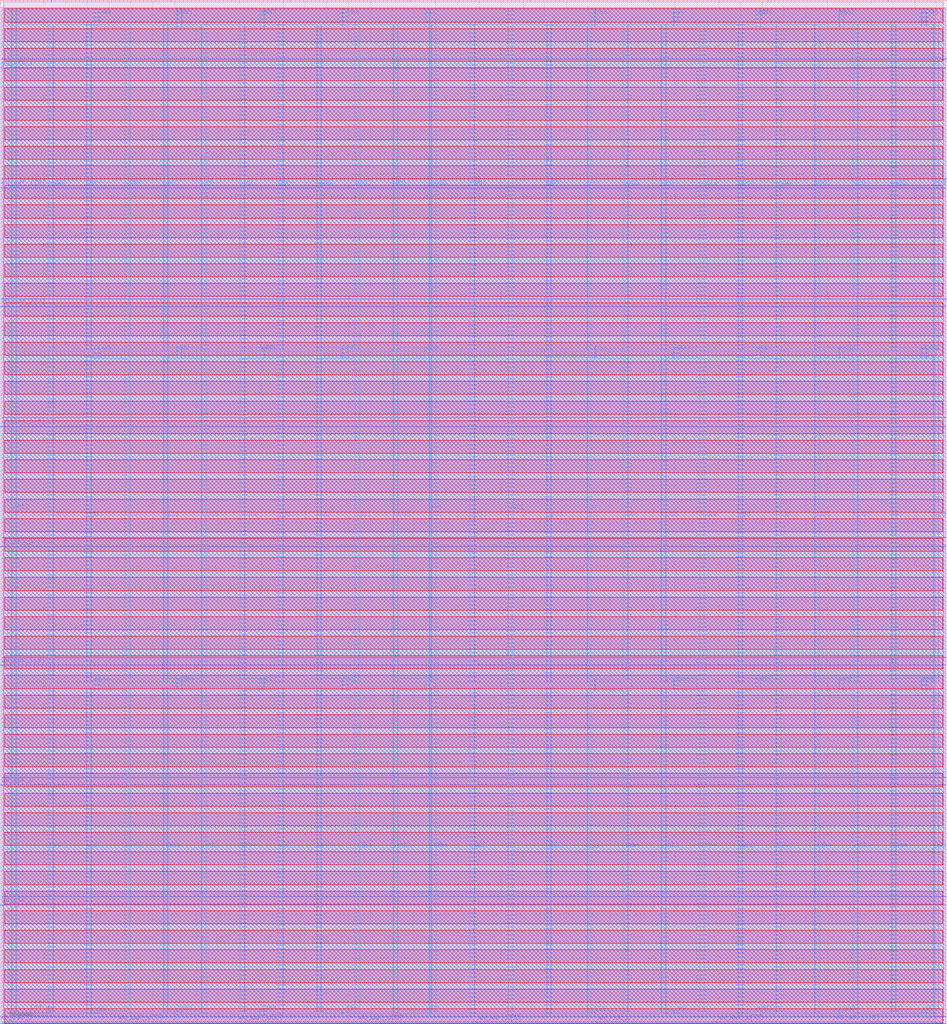
<source format=lef>
VERSION 5.7 ;
  NOWIREEXTENSIONATPIN ON ;
  DIVIDERCHAR "/" ;
  BUSBITCHARS "[]" ;
MACRO efuse_ctrl
  CLASS BLOCK ;
  FOREIGN efuse_ctrl ;
  ORIGIN 0.000 0.000 ;
  SIZE 2175.000 BY 2350.000 ;
  PIN VDD
    DIRECTION INOUT ;
    USE POWER ;
    PORT
      LAYER Metal4 ;
        RECT 25.920 15.380 27.520 2332.700 ;
    END
    PORT
      LAYER Metal4 ;
        RECT 215.920 15.380 217.520 29.720 ;
    END
    PORT
      LAYER Metal4 ;
        RECT 215.920 768.115 217.520 789.720 ;
    END
    PORT
      LAYER Metal4 ;
        RECT 215.920 1528.115 217.520 1549.720 ;
    END
    PORT
      LAYER Metal4 ;
        RECT 215.920 2288.115 217.520 2332.700 ;
    END
    PORT
      LAYER Metal4 ;
        RECT 405.920 15.380 407.520 32.245 ;
    END
    PORT
      LAYER Metal4 ;
        RECT 405.920 767.505 407.520 792.245 ;
    END
    PORT
      LAYER Metal4 ;
        RECT 405.920 1527.505 407.520 1552.245 ;
    END
    PORT
      LAYER Metal4 ;
        RECT 405.920 2287.505 407.520 2332.700 ;
    END
    PORT
      LAYER Metal4 ;
        RECT 595.920 15.380 597.520 32.270 ;
    END
    PORT
      LAYER Metal4 ;
        RECT 595.920 767.505 597.520 792.270 ;
    END
    PORT
      LAYER Metal4 ;
        RECT 595.920 1527.505 597.520 1552.270 ;
    END
    PORT
      LAYER Metal4 ;
        RECT 595.920 2287.505 597.520 2332.700 ;
    END
    PORT
      LAYER Metal4 ;
        RECT 785.920 15.380 787.520 32.270 ;
    END
    PORT
      LAYER Metal4 ;
        RECT 785.920 767.530 787.520 792.270 ;
    END
    PORT
      LAYER Metal4 ;
        RECT 785.920 1527.530 787.520 1552.270 ;
    END
    PORT
      LAYER Metal4 ;
        RECT 785.920 2287.530 787.520 2332.700 ;
    END
    PORT
      LAYER Metal4 ;
        RECT 975.920 15.380 977.520 32.245 ;
    END
    PORT
      LAYER Metal4 ;
        RECT 975.920 767.505 977.520 792.245 ;
    END
    PORT
      LAYER Metal4 ;
        RECT 975.920 1527.505 977.520 1552.245 ;
    END
    PORT
      LAYER Metal4 ;
        RECT 975.920 2287.505 977.520 2332.700 ;
    END
    PORT
      LAYER Metal4 ;
        RECT 1165.920 15.380 1167.520 2332.700 ;
    END
    PORT
      LAYER Metal4 ;
        RECT 1355.920 15.380 1357.520 2332.700 ;
    END
    PORT
      LAYER Metal4 ;
        RECT 1545.920 15.380 1547.520 29.720 ;
    END
    PORT
      LAYER Metal4 ;
        RECT 1545.920 767.530 1547.520 789.720 ;
    END
    PORT
      LAYER Metal4 ;
        RECT 1545.920 1527.530 1547.520 1549.720 ;
    END
    PORT
      LAYER Metal4 ;
        RECT 1545.920 2287.530 1547.520 2332.700 ;
    END
    PORT
      LAYER Metal4 ;
        RECT 1735.920 15.380 1737.520 32.270 ;
    END
    PORT
      LAYER Metal4 ;
        RECT 1735.920 767.505 1737.520 792.270 ;
    END
    PORT
      LAYER Metal4 ;
        RECT 1735.920 1527.505 1737.520 1552.270 ;
    END
    PORT
      LAYER Metal4 ;
        RECT 1735.920 2287.505 1737.520 2332.700 ;
    END
    PORT
      LAYER Metal4 ;
        RECT 1925.920 15.380 1927.520 32.270 ;
    END
    PORT
      LAYER Metal4 ;
        RECT 1925.920 767.505 1927.520 792.270 ;
    END
    PORT
      LAYER Metal4 ;
        RECT 1925.920 1527.505 1927.520 1552.270 ;
    END
    PORT
      LAYER Metal4 ;
        RECT 1925.920 2287.505 1927.520 2332.700 ;
    END
    PORT
      LAYER Metal4 ;
        RECT 2115.920 15.380 2117.520 32.245 ;
    END
    PORT
      LAYER Metal4 ;
        RECT 2115.920 767.530 2117.520 792.245 ;
    END
    PORT
      LAYER Metal4 ;
        RECT 2115.920 1527.530 2117.520 1552.245 ;
    END
    PORT
      LAYER Metal4 ;
        RECT 2115.920 2287.530 2117.520 2332.700 ;
    END
    PORT
      LAYER Metal4 ;
        RECT 110.360 23.220 111.960 772.540 ;
    END
    PORT
      LAYER Metal4 ;
        RECT 198.280 783.700 199.880 1533.020 ;
    END
    PORT
      LAYER Metal4 ;
        RECT 286.200 1544.180 287.800 2293.500 ;
    END
    PORT
      LAYER Metal4 ;
        RECT 110.360 783.700 111.960 1533.020 ;
    END
    PORT
      LAYER Metal4 ;
        RECT 198.280 23.220 199.880 772.540 ;
    END
    PORT
      LAYER Metal4 ;
        RECT 374.120 1544.180 375.720 2293.500 ;
    END
    PORT
      LAYER Metal4 ;
        RECT 110.360 1544.180 111.960 2293.500 ;
    END
    PORT
      LAYER Metal4 ;
        RECT 286.200 23.220 287.800 772.540 ;
    END
    PORT
      LAYER Metal4 ;
        RECT 374.120 783.700 375.720 1533.020 ;
    END
    PORT
      LAYER Metal4 ;
        RECT 198.280 1544.180 199.880 2293.500 ;
    END
    PORT
      LAYER Metal4 ;
        RECT 286.200 783.700 287.800 1533.020 ;
    END
    PORT
      LAYER Metal4 ;
        RECT 374.120 23.220 375.720 772.540 ;
    END
    PORT
      LAYER Metal4 ;
        RECT 462.040 23.220 463.640 772.540 ;
    END
    PORT
      LAYER Metal4 ;
        RECT 549.960 783.700 551.560 1533.020 ;
    END
    PORT
      LAYER Metal4 ;
        RECT 638.440 1544.180 640.040 2293.500 ;
    END
    PORT
      LAYER Metal4 ;
        RECT 462.040 783.700 463.640 1533.020 ;
    END
    PORT
      LAYER Metal4 ;
        RECT 549.960 23.220 551.560 772.540 ;
    END
    PORT
      LAYER Metal4 ;
        RECT 726.360 1544.180 727.960 2293.500 ;
    END
    PORT
      LAYER Metal4 ;
        RECT 462.040 1544.180 463.640 2293.500 ;
    END
    PORT
      LAYER Metal4 ;
        RECT 638.440 23.220 640.040 772.540 ;
    END
    PORT
      LAYER Metal4 ;
        RECT 726.360 783.700 727.960 1533.020 ;
    END
    PORT
      LAYER Metal4 ;
        RECT 549.960 1544.180 551.560 2293.500 ;
    END
    PORT
      LAYER Metal4 ;
        RECT 638.440 783.700 640.040 1533.020 ;
    END
    PORT
      LAYER Metal4 ;
        RECT 726.360 23.220 727.960 772.540 ;
    END
    PORT
      LAYER Metal4 ;
        RECT 814.280 23.220 815.880 772.540 ;
    END
    PORT
      LAYER Metal4 ;
        RECT 902.200 783.700 903.800 1533.020 ;
    END
    PORT
      LAYER Metal4 ;
        RECT 990.120 1544.180 991.720 2293.500 ;
    END
    PORT
      LAYER Metal4 ;
        RECT 814.280 783.700 815.880 1533.020 ;
    END
    PORT
      LAYER Metal4 ;
        RECT 902.200 23.220 903.800 772.540 ;
    END
    PORT
      LAYER Metal4 ;
        RECT 1078.040 1544.180 1079.640 2293.500 ;
    END
    PORT
      LAYER Metal4 ;
        RECT 814.280 1544.180 815.880 2293.500 ;
    END
    PORT
      LAYER Metal4 ;
        RECT 990.120 23.220 991.720 772.540 ;
    END
    PORT
      LAYER Metal4 ;
        RECT 1078.040 783.700 1079.640 1533.020 ;
    END
    PORT
      LAYER Metal4 ;
        RECT 902.200 1544.180 903.800 2293.500 ;
    END
    PORT
      LAYER Metal4 ;
        RECT 990.120 783.700 991.720 1533.020 ;
    END
    PORT
      LAYER Metal4 ;
        RECT 1078.040 23.220 1079.640 772.540 ;
    END
    PORT
      LAYER Metal4 ;
        RECT 1254.440 23.220 1256.040 772.540 ;
    END
    PORT
      LAYER Metal4 ;
        RECT 1430.280 1544.180 1431.880 2293.500 ;
    END
    PORT
      LAYER Metal4 ;
        RECT 1254.440 783.700 1256.040 1533.020 ;
    END
    PORT
      LAYER Metal4 ;
        RECT 1518.200 1544.180 1519.800 2293.500 ;
    END
    PORT
      LAYER Metal4 ;
        RECT 1254.440 1544.180 1256.040 2293.500 ;
    END
    PORT
      LAYER Metal4 ;
        RECT 1430.280 23.220 1431.880 772.540 ;
    END
    PORT
      LAYER Metal4 ;
        RECT 1518.200 783.700 1519.800 1533.020 ;
    END
    PORT
      LAYER Metal4 ;
        RECT 1430.280 783.700 1431.880 1533.020 ;
    END
    PORT
      LAYER Metal4 ;
        RECT 1518.200 23.220 1519.800 772.540 ;
    END
    PORT
      LAYER Metal4 ;
        RECT 1606.120 23.220 1607.720 772.540 ;
    END
    PORT
      LAYER Metal4 ;
        RECT 1694.040 783.700 1695.640 1533.020 ;
    END
    PORT
      LAYER Metal4 ;
        RECT 1781.960 1544.180 1783.560 2293.500 ;
    END
    PORT
      LAYER Metal4 ;
        RECT 1606.120 783.700 1607.720 1533.020 ;
    END
    PORT
      LAYER Metal4 ;
        RECT 1694.040 23.220 1695.640 772.540 ;
    END
    PORT
      LAYER Metal4 ;
        RECT 1870.440 1544.180 1872.040 2293.500 ;
    END
    PORT
      LAYER Metal4 ;
        RECT 1606.120 1544.180 1607.720 2293.500 ;
    END
    PORT
      LAYER Metal4 ;
        RECT 1781.960 23.220 1783.560 772.540 ;
    END
    PORT
      LAYER Metal4 ;
        RECT 1870.440 783.700 1872.040 1533.020 ;
    END
    PORT
      LAYER Metal4 ;
        RECT 1694.040 1544.180 1695.640 2293.500 ;
    END
    PORT
      LAYER Metal4 ;
        RECT 1781.960 783.700 1783.560 1533.020 ;
    END
    PORT
      LAYER Metal4 ;
        RECT 1870.440 23.220 1872.040 772.540 ;
    END
    PORT
      LAYER Metal4 ;
        RECT 1958.360 23.220 1959.960 772.540 ;
    END
    PORT
      LAYER Metal4 ;
        RECT 2046.280 783.700 2047.880 1533.020 ;
    END
    PORT
      LAYER Metal4 ;
        RECT 2143.720 1544.180 2145.320 2293.500 ;
    END
    PORT
      LAYER Metal4 ;
        RECT 1958.360 783.700 1959.960 1533.020 ;
    END
    PORT
      LAYER Metal4 ;
        RECT 2046.280 23.220 2047.880 772.540 ;
    END
    PORT
      LAYER Metal4 ;
        RECT 1958.360 1544.180 1959.960 2293.500 ;
    END
    PORT
      LAYER Metal4 ;
        RECT 2143.720 23.220 2145.320 772.540 ;
    END
    PORT
      LAYER Metal4 ;
        RECT 2046.280 1544.180 2047.880 2293.500 ;
    END
    PORT
      LAYER Metal4 ;
        RECT 2143.720 783.700 2145.320 1533.020 ;
    END
  END VDD
  PIN VSS
    DIRECTION INOUT ;
    USE GROUND ;
    PORT
      LAYER Metal4 ;
        RECT 35.520 15.380 37.120 2332.700 ;
    END
    PORT
      LAYER Metal4 ;
        RECT 225.520 15.380 227.120 29.720 ;
    END
    PORT
      LAYER Metal4 ;
        RECT 225.520 767.530 227.120 789.720 ;
    END
    PORT
      LAYER Metal4 ;
        RECT 225.520 1527.530 227.120 1549.720 ;
    END
    PORT
      LAYER Metal4 ;
        RECT 225.520 2287.530 227.120 2332.700 ;
    END
    PORT
      LAYER Metal4 ;
        RECT 415.520 15.380 417.120 32.270 ;
    END
    PORT
      LAYER Metal4 ;
        RECT 415.520 767.505 417.120 792.270 ;
    END
    PORT
      LAYER Metal4 ;
        RECT 415.520 1527.505 417.120 1552.270 ;
    END
    PORT
      LAYER Metal4 ;
        RECT 415.520 2287.505 417.120 2332.700 ;
    END
    PORT
      LAYER Metal4 ;
        RECT 605.520 15.380 607.120 32.270 ;
    END
    PORT
      LAYER Metal4 ;
        RECT 605.520 767.505 607.120 792.270 ;
    END
    PORT
      LAYER Metal4 ;
        RECT 605.520 1527.505 607.120 1552.270 ;
    END
    PORT
      LAYER Metal4 ;
        RECT 605.520 2287.505 607.120 2332.700 ;
    END
    PORT
      LAYER Metal4 ;
        RECT 795.520 15.380 797.120 32.270 ;
    END
    PORT
      LAYER Metal4 ;
        RECT 795.520 767.530 797.120 792.270 ;
    END
    PORT
      LAYER Metal4 ;
        RECT 795.520 1527.530 797.120 1552.270 ;
    END
    PORT
      LAYER Metal4 ;
        RECT 795.520 2287.530 797.120 2332.700 ;
    END
    PORT
      LAYER Metal4 ;
        RECT 985.520 15.380 987.120 2332.700 ;
    END
    PORT
      LAYER Metal4 ;
        RECT 1175.520 15.380 1177.120 2332.700 ;
    END
    PORT
      LAYER Metal4 ;
        RECT 1365.520 15.380 1367.120 29.720 ;
    END
    PORT
      LAYER Metal4 ;
        RECT 1365.520 767.530 1367.120 789.720 ;
    END
    PORT
      LAYER Metal4 ;
        RECT 1365.520 1527.530 1367.120 1549.720 ;
    END
    PORT
      LAYER Metal4 ;
        RECT 1365.520 2287.530 1367.120 2332.700 ;
    END
    PORT
      LAYER Metal4 ;
        RECT 1555.520 15.380 1557.120 32.270 ;
    END
    PORT
      LAYER Metal4 ;
        RECT 1555.520 767.505 1557.120 792.270 ;
    END
    PORT
      LAYER Metal4 ;
        RECT 1555.520 1527.505 1557.120 1552.270 ;
    END
    PORT
      LAYER Metal4 ;
        RECT 1555.520 2287.505 1557.120 2332.700 ;
    END
    PORT
      LAYER Metal4 ;
        RECT 1745.520 15.380 1747.120 32.270 ;
    END
    PORT
      LAYER Metal4 ;
        RECT 1745.520 767.505 1747.120 792.270 ;
    END
    PORT
      LAYER Metal4 ;
        RECT 1745.520 1527.505 1747.120 1552.270 ;
    END
    PORT
      LAYER Metal4 ;
        RECT 1745.520 2287.505 1747.120 2332.700 ;
    END
    PORT
      LAYER Metal4 ;
        RECT 1935.520 15.380 1937.120 32.270 ;
    END
    PORT
      LAYER Metal4 ;
        RECT 1935.520 767.530 1937.120 792.270 ;
    END
    PORT
      LAYER Metal4 ;
        RECT 1935.520 1527.530 1937.120 1552.270 ;
    END
    PORT
      LAYER Metal4 ;
        RECT 1935.520 2287.530 1937.120 2332.700 ;
    END
    PORT
      LAYER Metal4 ;
        RECT 2125.520 15.380 2127.120 30.510 ;
    END
    PORT
      LAYER Metal4 ;
        RECT 2125.520 768.115 2127.120 790.510 ;
    END
    PORT
      LAYER Metal4 ;
        RECT 2125.520 1528.115 2127.120 1550.510 ;
    END
    PORT
      LAYER Metal4 ;
        RECT 2125.520 2288.115 2127.120 2332.700 ;
    END
    PORT
      LAYER Metal4 ;
        RECT 120.440 23.220 122.040 772.540 ;
    END
    PORT
      LAYER Metal4 ;
        RECT 208.360 783.700 209.960 1533.020 ;
    END
    PORT
      LAYER Metal4 ;
        RECT 296.280 1544.180 297.880 2293.500 ;
    END
    PORT
      LAYER Metal4 ;
        RECT 120.440 783.700 122.040 1533.020 ;
    END
    PORT
      LAYER Metal4 ;
        RECT 208.360 23.220 209.960 772.540 ;
    END
    PORT
      LAYER Metal4 ;
        RECT 384.200 1544.180 385.800 2293.500 ;
    END
    PORT
      LAYER Metal4 ;
        RECT 120.440 1544.180 122.040 2293.500 ;
    END
    PORT
      LAYER Metal4 ;
        RECT 296.280 23.220 297.880 772.540 ;
    END
    PORT
      LAYER Metal4 ;
        RECT 384.200 783.700 385.800 1533.020 ;
    END
    PORT
      LAYER Metal4 ;
        RECT 208.360 1544.180 209.960 2293.500 ;
    END
    PORT
      LAYER Metal4 ;
        RECT 296.280 783.700 297.880 1533.020 ;
    END
    PORT
      LAYER Metal4 ;
        RECT 384.200 23.220 385.800 772.540 ;
    END
    PORT
      LAYER Metal4 ;
        RECT 472.120 23.220 473.720 772.540 ;
    END
    PORT
      LAYER Metal4 ;
        RECT 560.040 783.700 561.640 1533.020 ;
    END
    PORT
      LAYER Metal4 ;
        RECT 648.520 1544.180 650.120 2293.500 ;
    END
    PORT
      LAYER Metal4 ;
        RECT 472.120 783.700 473.720 1533.020 ;
    END
    PORT
      LAYER Metal4 ;
        RECT 560.040 23.220 561.640 772.540 ;
    END
    PORT
      LAYER Metal4 ;
        RECT 736.440 1544.180 738.040 2293.500 ;
    END
    PORT
      LAYER Metal4 ;
        RECT 472.120 1544.180 473.720 2293.500 ;
    END
    PORT
      LAYER Metal4 ;
        RECT 648.520 23.220 650.120 772.540 ;
    END
    PORT
      LAYER Metal4 ;
        RECT 736.440 783.700 738.040 1533.020 ;
    END
    PORT
      LAYER Metal4 ;
        RECT 560.040 1544.180 561.640 2293.500 ;
    END
    PORT
      LAYER Metal4 ;
        RECT 648.520 783.700 650.120 1533.020 ;
    END
    PORT
      LAYER Metal4 ;
        RECT 736.440 23.220 738.040 772.540 ;
    END
    PORT
      LAYER Metal4 ;
        RECT 824.360 23.220 825.960 772.540 ;
    END
    PORT
      LAYER Metal4 ;
        RECT 912.280 783.700 913.880 1533.020 ;
    END
    PORT
      LAYER Metal4 ;
        RECT 1000.200 1544.180 1001.800 2293.500 ;
    END
    PORT
      LAYER Metal4 ;
        RECT 824.360 783.700 825.960 1533.020 ;
    END
    PORT
      LAYER Metal4 ;
        RECT 912.280 23.220 913.880 772.540 ;
    END
    PORT
      LAYER Metal4 ;
        RECT 1088.120 1544.180 1089.720 2293.500 ;
    END
    PORT
      LAYER Metal4 ;
        RECT 824.360 1544.180 825.960 2293.500 ;
    END
    PORT
      LAYER Metal4 ;
        RECT 1000.200 23.220 1001.800 772.540 ;
    END
    PORT
      LAYER Metal4 ;
        RECT 1088.120 783.700 1089.720 1533.020 ;
    END
    PORT
      LAYER Metal4 ;
        RECT 912.280 1544.180 913.880 2293.500 ;
    END
    PORT
      LAYER Metal4 ;
        RECT 1000.200 783.700 1001.800 1533.020 ;
    END
    PORT
      LAYER Metal4 ;
        RECT 1088.120 23.220 1089.720 772.540 ;
    END
    PORT
      LAYER Metal4 ;
        RECT 1264.520 23.220 1266.120 772.540 ;
    END
    PORT
      LAYER Metal4 ;
        RECT 1347.400 783.700 1349.000 1529.100 ;
    END
    PORT
      LAYER Metal4 ;
        RECT 1440.360 1544.180 1441.960 2293.500 ;
    END
    PORT
      LAYER Metal4 ;
        RECT 1264.520 783.700 1266.120 1533.020 ;
    END
    PORT
      LAYER Metal4 ;
        RECT 1347.400 23.220 1349.000 768.620 ;
    END
    PORT
      LAYER Metal4 ;
        RECT 1528.280 1544.180 1529.880 2293.500 ;
    END
    PORT
      LAYER Metal4 ;
        RECT 1264.520 1544.180 1266.120 2293.500 ;
    END
    PORT
      LAYER Metal4 ;
        RECT 1440.360 23.220 1441.960 772.540 ;
    END
    PORT
      LAYER Metal4 ;
        RECT 1528.280 783.700 1529.880 1533.020 ;
    END
    PORT
      LAYER Metal4 ;
        RECT 1347.400 1544.180 1349.000 2289.580 ;
    END
    PORT
      LAYER Metal4 ;
        RECT 1440.360 783.700 1441.960 1533.020 ;
    END
    PORT
      LAYER Metal4 ;
        RECT 1528.280 23.220 1529.880 772.540 ;
    END
    PORT
      LAYER Metal4 ;
        RECT 1616.200 23.220 1617.800 772.540 ;
    END
    PORT
      LAYER Metal4 ;
        RECT 1704.120 783.700 1705.720 1533.020 ;
    END
    PORT
      LAYER Metal4 ;
        RECT 1792.040 1544.180 1793.640 2293.500 ;
    END
    PORT
      LAYER Metal4 ;
        RECT 1616.200 783.700 1617.800 1533.020 ;
    END
    PORT
      LAYER Metal4 ;
        RECT 1704.120 23.220 1705.720 772.540 ;
    END
    PORT
      LAYER Metal4 ;
        RECT 1880.520 1544.180 1882.120 2293.500 ;
    END
    PORT
      LAYER Metal4 ;
        RECT 1616.200 1544.180 1617.800 2293.500 ;
    END
    PORT
      LAYER Metal4 ;
        RECT 1792.040 23.220 1793.640 772.540 ;
    END
    PORT
      LAYER Metal4 ;
        RECT 1880.520 783.700 1882.120 1533.020 ;
    END
    PORT
      LAYER Metal4 ;
        RECT 1704.120 1544.180 1705.720 2293.500 ;
    END
    PORT
      LAYER Metal4 ;
        RECT 1792.040 783.700 1793.640 1533.020 ;
    END
    PORT
      LAYER Metal4 ;
        RECT 1880.520 23.220 1882.120 772.540 ;
    END
    PORT
      LAYER Metal4 ;
        RECT 1968.440 23.220 1970.040 772.540 ;
    END
    PORT
      LAYER Metal4 ;
        RECT 2056.360 783.700 2057.960 1533.020 ;
    END
    PORT
      LAYER Metal4 ;
        RECT 2153.800 1544.180 2155.400 2293.500 ;
    END
    PORT
      LAYER Metal4 ;
        RECT 1968.440 783.700 1970.040 1533.020 ;
    END
    PORT
      LAYER Metal4 ;
        RECT 2056.360 23.220 2057.960 772.540 ;
    END
    PORT
      LAYER Metal4 ;
        RECT 1968.440 1544.180 1970.040 2293.500 ;
    END
    PORT
      LAYER Metal4 ;
        RECT 2153.800 23.220 2155.400 772.540 ;
    END
    PORT
      LAYER Metal4 ;
        RECT 2056.360 1544.180 2057.960 2293.500 ;
    END
    PORT
      LAYER Metal4 ;
        RECT 2153.800 783.700 2155.400 1533.020 ;
    END
  END VSS
  PIN wb_ack_o
    DIRECTION OUTPUT TRISTATE ;
    USE SIGNAL ;
    PORT
      LAYER Metal3 ;
        RECT 1.000 547.680 4.000 548.240 ;
    END
  END wb_ack_o
  PIN wb_adr_i[0]
    DIRECTION INPUT ;
    USE SIGNAL ;
    PORT
      LAYER Metal2 ;
        RECT 2039.520 2346.000 2040.080 2349.000 ;
    END
  END wb_adr_i[0]
  PIN wb_adr_i[1]
    DIRECTION INPUT ;
    USE SIGNAL ;
    PORT
      LAYER Metal2 ;
        RECT 1095.360 1.000 1095.920 4.000 ;
    END
  END wb_adr_i[1]
  PIN wb_adr_i[2]
    DIRECTION INPUT ;
    USE SIGNAL ;
    PORT
      LAYER Metal2 ;
        RECT 665.280 2346.000 665.840 2349.000 ;
    END
  END wb_adr_i[2]
  PIN wb_adr_i[3]
    DIRECTION INPUT ;
    USE SIGNAL ;
    PORT
      LAYER Metal3 ;
        RECT 1.000 823.200 4.000 823.760 ;
    END
  END wb_adr_i[3]
  PIN wb_adr_i[4]
    DIRECTION INPUT ;
    USE SIGNAL ;
    PORT
      LAYER Metal3 ;
        RECT 2171.000 840.000 2174.000 840.560 ;
    END
  END wb_adr_i[4]
  PIN wb_adr_i[5]
    DIRECTION INPUT ;
    USE SIGNAL ;
    PORT
      LAYER Metal2 ;
        RECT 1216.320 2346.000 1216.880 2349.000 ;
    END
  END wb_adr_i[5]
  PIN wb_adr_i[6]
    DIRECTION INPUT ;
    USE SIGNAL ;
    PORT
      LAYER Metal3 ;
        RECT 2171.000 16.800 2174.000 17.360 ;
    END
  END wb_adr_i[6]
  PIN wb_adr_i[7]
    DIRECTION INPUT ;
    USE SIGNAL ;
    PORT
      LAYER Metal3 ;
        RECT 2171.000 1391.040 2174.000 1391.600 ;
    END
  END wb_adr_i[7]
  PIN wb_adr_i[8]
    DIRECTION INPUT ;
    USE SIGNAL ;
    PORT
      LAYER Metal2 ;
        RECT 1918.560 1.000 1919.120 4.000 ;
    END
  END wb_adr_i[8]
  PIN wb_adr_i[9]
    DIRECTION INPUT ;
    USE SIGNAL ;
    PORT
      LAYER Metal3 ;
        RECT 2171.000 1663.200 2174.000 1663.760 ;
    END
  END wb_adr_i[9]
  PIN wb_clk_i
    DIRECTION INPUT ;
    USE SIGNAL ;
    PORT
      LAYER Metal3 ;
        RECT 1.000 272.160 4.000 272.720 ;
    END
  END wb_clk_i
  PIN wb_cyc_i
    DIRECTION INPUT ;
    USE SIGNAL ;
    PORT
      LAYER Metal2 ;
        RECT 0.000 1.000 0.560 4.000 ;
    END
  END wb_cyc_i
  PIN wb_dat_i[0]
    DIRECTION INPUT ;
    USE SIGNAL ;
    PORT
      LAYER Metal2 ;
        RECT 1488.480 2346.000 1489.040 2349.000 ;
    END
  END wb_dat_i[0]
  PIN wb_dat_i[1]
    DIRECTION INPUT ;
    USE SIGNAL ;
    PORT
      LAYER Metal2 ;
        RECT 1764.000 2346.000 1764.560 2349.000 ;
    END
  END wb_dat_i[1]
  PIN wb_dat_i[2]
    DIRECTION INPUT ;
    USE SIGNAL ;
    PORT
      LAYER Metal3 ;
        RECT 1.000 1646.400 4.000 1646.960 ;
    END
  END wb_dat_i[2]
  PIN wb_dat_i[3]
    DIRECTION INPUT ;
    USE SIGNAL ;
    PORT
      LAYER Metal2 ;
        RECT 389.760 2346.000 390.320 2349.000 ;
    END
  END wb_dat_i[3]
  PIN wb_dat_i[4]
    DIRECTION INPUT ;
    USE SIGNAL ;
    PORT
      LAYER Metal2 ;
        RECT 1646.400 1.000 1646.960 4.000 ;
    END
  END wb_dat_i[4]
  PIN wb_dat_i[5]
    DIRECTION INPUT ;
    USE SIGNAL ;
    PORT
      LAYER Metal3 ;
        RECT 1.000 1918.560 4.000 1919.120 ;
    END
  END wb_dat_i[5]
  PIN wb_dat_i[6]
    DIRECTION INPUT ;
    USE SIGNAL ;
    PORT
      LAYER Metal3 ;
        RECT 2171.000 292.320 2174.000 292.880 ;
    END
  END wb_dat_i[6]
  PIN wb_dat_i[7]
    DIRECTION INPUT ;
    USE SIGNAL ;
    PORT
      LAYER Metal2 ;
        RECT 272.160 1.000 272.720 4.000 ;
    END
  END wb_dat_i[7]
  PIN wb_dat_o[0]
    DIRECTION OUTPUT TRISTATE ;
    USE SIGNAL ;
    PORT
      LAYER Metal2 ;
        RECT 547.680 1.000 548.240 4.000 ;
    END
  END wb_dat_o[0]
  PIN wb_dat_o[1]
    DIRECTION OUTPUT TRISTATE ;
    USE SIGNAL ;
    PORT
      LAYER Metal2 ;
        RECT 117.600 2346.000 118.160 2349.000 ;
    END
  END wb_dat_o[1]
  PIN wb_dat_o[2]
    DIRECTION OUTPUT TRISTATE ;
    USE SIGNAL ;
    PORT
      LAYER Metal3 ;
        RECT 2171.000 564.480 2174.000 565.040 ;
    END
  END wb_dat_o[2]
  PIN wb_dat_o[3]
    DIRECTION OUTPUT TRISTATE ;
    USE SIGNAL ;
    PORT
      LAYER Metal2 ;
        RECT 823.200 1.000 823.760 4.000 ;
    END
  END wb_dat_o[3]
  PIN wb_dat_o[4]
    DIRECTION OUTPUT TRISTATE ;
    USE SIGNAL ;
    PORT
      LAYER Metal3 ;
        RECT 2171.000 1938.720 2174.000 1939.280 ;
    END
  END wb_dat_o[4]
  PIN wb_dat_o[5]
    DIRECTION OUTPUT TRISTATE ;
    USE SIGNAL ;
    PORT
      LAYER Metal3 ;
        RECT 2171.000 2214.240 2174.000 2214.800 ;
    END
  END wb_dat_o[5]
  PIN wb_dat_o[6]
    DIRECTION OUTPUT TRISTATE ;
    USE SIGNAL ;
    PORT
      LAYER Metal3 ;
        RECT 1.000 1370.880 4.000 1371.440 ;
    END
  END wb_dat_o[6]
  PIN wb_dat_o[7]
    DIRECTION OUTPUT TRISTATE ;
    USE SIGNAL ;
    PORT
      LAYER Metal2 ;
        RECT 940.800 2346.000 941.360 2349.000 ;
    END
  END wb_dat_o[7]
  PIN wb_rst_i
    DIRECTION INPUT ;
    USE SIGNAL ;
    PORT
      LAYER Metal2 ;
        RECT 1370.880 1.000 1371.440 4.000 ;
    END
  END wb_rst_i
  PIN wb_sel_i
    DIRECTION INPUT ;
    USE SIGNAL ;
    PORT
      LAYER Metal3 ;
        RECT 1.000 1095.360 4.000 1095.920 ;
    END
  END wb_sel_i
  PIN wb_stb_i
    DIRECTION INPUT ;
    USE SIGNAL ;
    PORT
      LAYER Metal3 ;
        RECT 1.000 2194.080 4.000 2194.640 ;
    END
  END wb_stb_i
  PIN wb_we_i
    DIRECTION INPUT ;
    USE SIGNAL ;
    PORT
      LAYER Metal3 ;
        RECT 2171.000 1115.520 2174.000 1116.080 ;
    END
  END wb_we_i
  OBS
      LAYER Metal1 ;
        RECT 6.720 15.380 2167.760 2332.700 ;
      LAYER Metal2 ;
        RECT 8.540 2345.700 117.300 2346.000 ;
        RECT 118.460 2345.700 389.460 2346.000 ;
        RECT 390.620 2345.700 664.980 2346.000 ;
        RECT 666.140 2345.700 940.500 2346.000 ;
        RECT 941.660 2345.700 1216.020 2346.000 ;
        RECT 1217.180 2345.700 1488.180 2346.000 ;
        RECT 1489.340 2345.700 1763.700 2346.000 ;
        RECT 1764.860 2345.700 2039.220 2346.000 ;
        RECT 2040.380 2345.700 2165.380 2346.000 ;
        RECT 8.540 4.300 2165.380 2345.700 ;
        RECT 8.540 1.770 271.860 4.300 ;
        RECT 273.020 1.770 547.380 4.300 ;
        RECT 548.540 1.770 822.900 4.300 ;
        RECT 824.060 1.770 1095.060 4.300 ;
        RECT 1096.220 1.770 1370.580 4.300 ;
        RECT 1371.740 1.770 1646.100 4.300 ;
        RECT 1647.260 1.770 1918.260 4.300 ;
        RECT 1919.420 1.770 2165.380 4.300 ;
      LAYER Metal3 ;
        RECT 4.000 2215.100 2171.000 2332.540 ;
        RECT 4.000 2213.940 2170.700 2215.100 ;
        RECT 4.000 2194.940 2171.000 2213.940 ;
        RECT 4.300 2193.780 2171.000 2194.940 ;
        RECT 4.000 1939.580 2171.000 2193.780 ;
        RECT 4.000 1938.420 2170.700 1939.580 ;
        RECT 4.000 1919.420 2171.000 1938.420 ;
        RECT 4.300 1918.260 2171.000 1919.420 ;
        RECT 4.000 1664.060 2171.000 1918.260 ;
        RECT 4.000 1662.900 2170.700 1664.060 ;
        RECT 4.000 1647.260 2171.000 1662.900 ;
        RECT 4.300 1646.100 2171.000 1647.260 ;
        RECT 4.000 1391.900 2171.000 1646.100 ;
        RECT 4.000 1390.740 2170.700 1391.900 ;
        RECT 4.000 1371.740 2171.000 1390.740 ;
        RECT 4.300 1370.580 2171.000 1371.740 ;
        RECT 4.000 1116.380 2171.000 1370.580 ;
        RECT 4.000 1115.220 2170.700 1116.380 ;
        RECT 4.000 1096.220 2171.000 1115.220 ;
        RECT 4.300 1095.060 2171.000 1096.220 ;
        RECT 4.000 840.860 2171.000 1095.060 ;
        RECT 4.000 839.700 2170.700 840.860 ;
        RECT 4.000 824.060 2171.000 839.700 ;
        RECT 4.300 822.900 2171.000 824.060 ;
        RECT 4.000 565.340 2171.000 822.900 ;
        RECT 4.000 564.180 2170.700 565.340 ;
        RECT 4.000 548.540 2171.000 564.180 ;
        RECT 4.300 547.380 2171.000 548.540 ;
        RECT 4.000 293.180 2171.000 547.380 ;
        RECT 4.000 292.020 2170.700 293.180 ;
        RECT 4.000 273.020 2171.000 292.020 ;
        RECT 4.300 271.860 2171.000 273.020 ;
        RECT 4.000 17.660 2171.000 271.860 ;
        RECT 4.000 16.500 2170.700 17.660 ;
        RECT 4.000 1.260 2171.000 16.500 ;
      LAYER Metal4 ;
        RECT 16.940 15.080 25.620 2330.070 ;
        RECT 27.820 15.080 35.220 2330.070 ;
        RECT 37.420 2293.800 215.620 2330.070 ;
        RECT 37.420 1543.880 110.060 2293.800 ;
        RECT 112.260 1543.880 120.140 2293.800 ;
        RECT 122.340 1543.880 197.980 2293.800 ;
        RECT 200.180 1543.880 208.060 2293.800 ;
        RECT 210.260 2287.815 215.620 2293.800 ;
        RECT 217.820 2287.815 225.220 2330.070 ;
        RECT 210.260 2287.230 225.220 2287.815 ;
        RECT 227.420 2293.800 405.620 2330.070 ;
        RECT 227.420 2287.230 285.900 2293.800 ;
        RECT 210.260 1550.020 285.900 2287.230 ;
        RECT 210.260 1543.880 215.620 1550.020 ;
        RECT 37.420 1533.320 215.620 1543.880 ;
        RECT 37.420 783.400 110.060 1533.320 ;
        RECT 112.260 783.400 120.140 1533.320 ;
        RECT 122.340 783.400 197.980 1533.320 ;
        RECT 200.180 783.400 208.060 1533.320 ;
        RECT 210.260 1527.815 215.620 1533.320 ;
        RECT 217.820 1527.815 225.220 1550.020 ;
        RECT 210.260 1527.230 225.220 1527.815 ;
        RECT 227.420 1543.880 285.900 1550.020 ;
        RECT 288.100 1543.880 295.980 2293.800 ;
        RECT 298.180 1543.880 373.820 2293.800 ;
        RECT 376.020 1543.880 383.900 2293.800 ;
        RECT 386.100 2287.205 405.620 2293.800 ;
        RECT 407.820 2287.205 415.220 2330.070 ;
        RECT 417.420 2293.800 595.620 2330.070 ;
        RECT 417.420 2287.205 461.740 2293.800 ;
        RECT 386.100 1552.570 461.740 2287.205 ;
        RECT 386.100 1552.545 415.220 1552.570 ;
        RECT 386.100 1543.880 405.620 1552.545 ;
        RECT 227.420 1533.320 405.620 1543.880 ;
        RECT 227.420 1527.230 285.900 1533.320 ;
        RECT 210.260 790.020 285.900 1527.230 ;
        RECT 210.260 783.400 215.620 790.020 ;
        RECT 37.420 772.840 215.620 783.400 ;
        RECT 37.420 22.920 110.060 772.840 ;
        RECT 112.260 22.920 120.140 772.840 ;
        RECT 122.340 22.920 197.980 772.840 ;
        RECT 200.180 22.920 208.060 772.840 ;
        RECT 210.260 767.815 215.620 772.840 ;
        RECT 217.820 767.815 225.220 790.020 ;
        RECT 210.260 767.230 225.220 767.815 ;
        RECT 227.420 783.400 285.900 790.020 ;
        RECT 288.100 783.400 295.980 1533.320 ;
        RECT 298.180 783.400 373.820 1533.320 ;
        RECT 376.020 783.400 383.900 1533.320 ;
        RECT 386.100 1527.205 405.620 1533.320 ;
        RECT 407.820 1527.205 415.220 1552.545 ;
        RECT 417.420 1543.880 461.740 1552.570 ;
        RECT 463.940 1543.880 471.820 2293.800 ;
        RECT 474.020 1543.880 549.660 2293.800 ;
        RECT 551.860 1543.880 559.740 2293.800 ;
        RECT 561.940 2287.205 595.620 2293.800 ;
        RECT 597.820 2287.205 605.220 2330.070 ;
        RECT 607.420 2293.800 785.620 2330.070 ;
        RECT 607.420 2287.205 638.140 2293.800 ;
        RECT 561.940 1552.570 638.140 2287.205 ;
        RECT 561.940 1543.880 595.620 1552.570 ;
        RECT 417.420 1533.320 595.620 1543.880 ;
        RECT 417.420 1527.205 461.740 1533.320 ;
        RECT 386.100 792.570 461.740 1527.205 ;
        RECT 386.100 792.545 415.220 792.570 ;
        RECT 386.100 783.400 405.620 792.545 ;
        RECT 227.420 772.840 405.620 783.400 ;
        RECT 227.420 767.230 285.900 772.840 ;
        RECT 210.260 30.020 285.900 767.230 ;
        RECT 210.260 22.920 215.620 30.020 ;
        RECT 37.420 15.080 215.620 22.920 ;
        RECT 217.820 15.080 225.220 30.020 ;
        RECT 227.420 22.920 285.900 30.020 ;
        RECT 288.100 22.920 295.980 772.840 ;
        RECT 298.180 22.920 373.820 772.840 ;
        RECT 376.020 22.920 383.900 772.840 ;
        RECT 386.100 767.205 405.620 772.840 ;
        RECT 407.820 767.205 415.220 792.545 ;
        RECT 417.420 783.400 461.740 792.570 ;
        RECT 463.940 783.400 471.820 1533.320 ;
        RECT 474.020 783.400 549.660 1533.320 ;
        RECT 551.860 783.400 559.740 1533.320 ;
        RECT 561.940 1527.205 595.620 1533.320 ;
        RECT 597.820 1527.205 605.220 1552.570 ;
        RECT 607.420 1543.880 638.140 1552.570 ;
        RECT 640.340 1543.880 648.220 2293.800 ;
        RECT 650.420 1543.880 726.060 2293.800 ;
        RECT 728.260 1543.880 736.140 2293.800 ;
        RECT 738.340 2287.230 785.620 2293.800 ;
        RECT 787.820 2287.230 795.220 2330.070 ;
        RECT 797.420 2293.800 975.620 2330.070 ;
        RECT 797.420 2287.230 813.980 2293.800 ;
        RECT 738.340 1552.570 813.980 2287.230 ;
        RECT 738.340 1543.880 785.620 1552.570 ;
        RECT 607.420 1533.320 785.620 1543.880 ;
        RECT 607.420 1527.205 638.140 1533.320 ;
        RECT 561.940 792.570 638.140 1527.205 ;
        RECT 561.940 783.400 595.620 792.570 ;
        RECT 417.420 772.840 595.620 783.400 ;
        RECT 417.420 767.205 461.740 772.840 ;
        RECT 386.100 32.570 461.740 767.205 ;
        RECT 386.100 32.545 415.220 32.570 ;
        RECT 386.100 22.920 405.620 32.545 ;
        RECT 227.420 15.080 405.620 22.920 ;
        RECT 407.820 15.080 415.220 32.545 ;
        RECT 417.420 22.920 461.740 32.570 ;
        RECT 463.940 22.920 471.820 772.840 ;
        RECT 474.020 22.920 549.660 772.840 ;
        RECT 551.860 22.920 559.740 772.840 ;
        RECT 561.940 767.205 595.620 772.840 ;
        RECT 597.820 767.205 605.220 792.570 ;
        RECT 607.420 783.400 638.140 792.570 ;
        RECT 640.340 783.400 648.220 1533.320 ;
        RECT 650.420 783.400 726.060 1533.320 ;
        RECT 728.260 783.400 736.140 1533.320 ;
        RECT 738.340 1527.230 785.620 1533.320 ;
        RECT 787.820 1527.230 795.220 1552.570 ;
        RECT 797.420 1543.880 813.980 1552.570 ;
        RECT 816.180 1543.880 824.060 2293.800 ;
        RECT 826.260 1543.880 901.900 2293.800 ;
        RECT 904.100 1543.880 911.980 2293.800 ;
        RECT 914.180 2287.205 975.620 2293.800 ;
        RECT 977.820 2287.205 985.220 2330.070 ;
        RECT 914.180 1552.545 985.220 2287.205 ;
        RECT 914.180 1543.880 975.620 1552.545 ;
        RECT 797.420 1533.320 975.620 1543.880 ;
        RECT 797.420 1527.230 813.980 1533.320 ;
        RECT 738.340 792.570 813.980 1527.230 ;
        RECT 738.340 783.400 785.620 792.570 ;
        RECT 607.420 772.840 785.620 783.400 ;
        RECT 607.420 767.205 638.140 772.840 ;
        RECT 561.940 32.570 638.140 767.205 ;
        RECT 561.940 22.920 595.620 32.570 ;
        RECT 417.420 15.080 595.620 22.920 ;
        RECT 597.820 15.080 605.220 32.570 ;
        RECT 607.420 22.920 638.140 32.570 ;
        RECT 640.340 22.920 648.220 772.840 ;
        RECT 650.420 22.920 726.060 772.840 ;
        RECT 728.260 22.920 736.140 772.840 ;
        RECT 738.340 767.230 785.620 772.840 ;
        RECT 787.820 767.230 795.220 792.570 ;
        RECT 797.420 783.400 813.980 792.570 ;
        RECT 816.180 783.400 824.060 1533.320 ;
        RECT 826.260 783.400 901.900 1533.320 ;
        RECT 904.100 783.400 911.980 1533.320 ;
        RECT 914.180 1527.205 975.620 1533.320 ;
        RECT 977.820 1527.205 985.220 1552.545 ;
        RECT 914.180 792.545 985.220 1527.205 ;
        RECT 914.180 783.400 975.620 792.545 ;
        RECT 797.420 772.840 975.620 783.400 ;
        RECT 797.420 767.230 813.980 772.840 ;
        RECT 738.340 32.570 813.980 767.230 ;
        RECT 738.340 22.920 785.620 32.570 ;
        RECT 607.420 15.080 785.620 22.920 ;
        RECT 787.820 15.080 795.220 32.570 ;
        RECT 797.420 22.920 813.980 32.570 ;
        RECT 816.180 22.920 824.060 772.840 ;
        RECT 826.260 22.920 901.900 772.840 ;
        RECT 904.100 22.920 911.980 772.840 ;
        RECT 914.180 767.205 975.620 772.840 ;
        RECT 977.820 767.205 985.220 792.545 ;
        RECT 914.180 32.545 985.220 767.205 ;
        RECT 914.180 22.920 975.620 32.545 ;
        RECT 797.420 15.080 975.620 22.920 ;
        RECT 977.820 15.080 985.220 32.545 ;
        RECT 987.420 2293.800 1165.620 2330.070 ;
        RECT 987.420 1543.880 989.820 2293.800 ;
        RECT 992.020 1543.880 999.900 2293.800 ;
        RECT 1002.100 1543.880 1077.740 2293.800 ;
        RECT 1079.940 1543.880 1087.820 2293.800 ;
        RECT 1090.020 1543.880 1165.620 2293.800 ;
        RECT 987.420 1533.320 1165.620 1543.880 ;
        RECT 987.420 783.400 989.820 1533.320 ;
        RECT 992.020 783.400 999.900 1533.320 ;
        RECT 1002.100 783.400 1077.740 1533.320 ;
        RECT 1079.940 783.400 1087.820 1533.320 ;
        RECT 1090.020 783.400 1165.620 1533.320 ;
        RECT 987.420 772.840 1165.620 783.400 ;
        RECT 987.420 22.920 989.820 772.840 ;
        RECT 992.020 22.920 999.900 772.840 ;
        RECT 1002.100 22.920 1077.740 772.840 ;
        RECT 1079.940 22.920 1087.820 772.840 ;
        RECT 1090.020 22.920 1165.620 772.840 ;
        RECT 987.420 15.080 1165.620 22.920 ;
        RECT 1167.820 15.080 1175.220 2330.070 ;
        RECT 1177.420 2293.800 1355.620 2330.070 ;
        RECT 1177.420 1543.880 1254.140 2293.800 ;
        RECT 1256.340 1543.880 1264.220 2293.800 ;
        RECT 1266.420 2289.880 1355.620 2293.800 ;
        RECT 1266.420 1543.880 1347.100 2289.880 ;
        RECT 1349.300 1543.880 1355.620 2289.880 ;
        RECT 1177.420 1533.320 1355.620 1543.880 ;
        RECT 1177.420 783.400 1254.140 1533.320 ;
        RECT 1256.340 783.400 1264.220 1533.320 ;
        RECT 1266.420 1529.400 1355.620 1533.320 ;
        RECT 1266.420 783.400 1347.100 1529.400 ;
        RECT 1349.300 783.400 1355.620 1529.400 ;
        RECT 1177.420 772.840 1355.620 783.400 ;
        RECT 1177.420 22.920 1254.140 772.840 ;
        RECT 1256.340 22.920 1264.220 772.840 ;
        RECT 1266.420 768.920 1355.620 772.840 ;
        RECT 1266.420 22.920 1347.100 768.920 ;
        RECT 1349.300 22.920 1355.620 768.920 ;
        RECT 1177.420 15.080 1355.620 22.920 ;
        RECT 1357.820 2287.230 1365.220 2330.070 ;
        RECT 1367.420 2293.800 1545.620 2330.070 ;
        RECT 1367.420 2287.230 1429.980 2293.800 ;
        RECT 1357.820 1550.020 1429.980 2287.230 ;
        RECT 1357.820 1527.230 1365.220 1550.020 ;
        RECT 1367.420 1543.880 1429.980 1550.020 ;
        RECT 1432.180 1543.880 1440.060 2293.800 ;
        RECT 1442.260 1543.880 1517.900 2293.800 ;
        RECT 1520.100 1543.880 1527.980 2293.800 ;
        RECT 1530.180 2287.230 1545.620 2293.800 ;
        RECT 1547.820 2287.230 1555.220 2330.070 ;
        RECT 1530.180 2287.205 1555.220 2287.230 ;
        RECT 1557.420 2293.800 1735.620 2330.070 ;
        RECT 1557.420 2287.205 1605.820 2293.800 ;
        RECT 1530.180 1552.570 1605.820 2287.205 ;
        RECT 1530.180 1550.020 1555.220 1552.570 ;
        RECT 1530.180 1543.880 1545.620 1550.020 ;
        RECT 1367.420 1533.320 1545.620 1543.880 ;
        RECT 1367.420 1527.230 1429.980 1533.320 ;
        RECT 1357.820 790.020 1429.980 1527.230 ;
        RECT 1357.820 767.230 1365.220 790.020 ;
        RECT 1367.420 783.400 1429.980 790.020 ;
        RECT 1432.180 783.400 1440.060 1533.320 ;
        RECT 1442.260 783.400 1517.900 1533.320 ;
        RECT 1520.100 783.400 1527.980 1533.320 ;
        RECT 1530.180 1527.230 1545.620 1533.320 ;
        RECT 1547.820 1527.230 1555.220 1550.020 ;
        RECT 1530.180 1527.205 1555.220 1527.230 ;
        RECT 1557.420 1543.880 1605.820 1552.570 ;
        RECT 1608.020 1543.880 1615.900 2293.800 ;
        RECT 1618.100 1543.880 1693.740 2293.800 ;
        RECT 1695.940 1543.880 1703.820 2293.800 ;
        RECT 1706.020 2287.205 1735.620 2293.800 ;
        RECT 1737.820 2287.205 1745.220 2330.070 ;
        RECT 1747.420 2293.800 1925.620 2330.070 ;
        RECT 1747.420 2287.205 1781.660 2293.800 ;
        RECT 1706.020 1552.570 1781.660 2287.205 ;
        RECT 1706.020 1543.880 1735.620 1552.570 ;
        RECT 1557.420 1533.320 1735.620 1543.880 ;
        RECT 1557.420 1527.205 1605.820 1533.320 ;
        RECT 1530.180 792.570 1605.820 1527.205 ;
        RECT 1530.180 790.020 1555.220 792.570 ;
        RECT 1530.180 783.400 1545.620 790.020 ;
        RECT 1367.420 772.840 1545.620 783.400 ;
        RECT 1367.420 767.230 1429.980 772.840 ;
        RECT 1357.820 30.020 1429.980 767.230 ;
        RECT 1357.820 15.080 1365.220 30.020 ;
        RECT 1367.420 22.920 1429.980 30.020 ;
        RECT 1432.180 22.920 1440.060 772.840 ;
        RECT 1442.260 22.920 1517.900 772.840 ;
        RECT 1520.100 22.920 1527.980 772.840 ;
        RECT 1530.180 767.230 1545.620 772.840 ;
        RECT 1547.820 767.230 1555.220 790.020 ;
        RECT 1530.180 767.205 1555.220 767.230 ;
        RECT 1557.420 783.400 1605.820 792.570 ;
        RECT 1608.020 783.400 1615.900 1533.320 ;
        RECT 1618.100 783.400 1693.740 1533.320 ;
        RECT 1695.940 783.400 1703.820 1533.320 ;
        RECT 1706.020 1527.205 1735.620 1533.320 ;
        RECT 1737.820 1527.205 1745.220 1552.570 ;
        RECT 1747.420 1543.880 1781.660 1552.570 ;
        RECT 1783.860 1543.880 1791.740 2293.800 ;
        RECT 1793.940 1543.880 1870.140 2293.800 ;
        RECT 1872.340 1543.880 1880.220 2293.800 ;
        RECT 1882.420 2287.205 1925.620 2293.800 ;
        RECT 1927.820 2287.230 1935.220 2330.070 ;
        RECT 1937.420 2293.800 2115.620 2330.070 ;
        RECT 1937.420 2287.230 1958.060 2293.800 ;
        RECT 1927.820 2287.205 1958.060 2287.230 ;
        RECT 1882.420 1552.570 1958.060 2287.205 ;
        RECT 1882.420 1543.880 1925.620 1552.570 ;
        RECT 1747.420 1533.320 1925.620 1543.880 ;
        RECT 1747.420 1527.205 1781.660 1533.320 ;
        RECT 1706.020 792.570 1781.660 1527.205 ;
        RECT 1706.020 783.400 1735.620 792.570 ;
        RECT 1557.420 772.840 1735.620 783.400 ;
        RECT 1557.420 767.205 1605.820 772.840 ;
        RECT 1530.180 32.570 1605.820 767.205 ;
        RECT 1530.180 30.020 1555.220 32.570 ;
        RECT 1530.180 22.920 1545.620 30.020 ;
        RECT 1367.420 15.080 1545.620 22.920 ;
        RECT 1547.820 15.080 1555.220 30.020 ;
        RECT 1557.420 22.920 1605.820 32.570 ;
        RECT 1608.020 22.920 1615.900 772.840 ;
        RECT 1618.100 22.920 1693.740 772.840 ;
        RECT 1695.940 22.920 1703.820 772.840 ;
        RECT 1706.020 767.205 1735.620 772.840 ;
        RECT 1737.820 767.205 1745.220 792.570 ;
        RECT 1747.420 783.400 1781.660 792.570 ;
        RECT 1783.860 783.400 1791.740 1533.320 ;
        RECT 1793.940 783.400 1870.140 1533.320 ;
        RECT 1872.340 783.400 1880.220 1533.320 ;
        RECT 1882.420 1527.205 1925.620 1533.320 ;
        RECT 1927.820 1527.230 1935.220 1552.570 ;
        RECT 1937.420 1543.880 1958.060 1552.570 ;
        RECT 1960.260 1543.880 1968.140 2293.800 ;
        RECT 1970.340 1543.880 2045.980 2293.800 ;
        RECT 2048.180 1543.880 2056.060 2293.800 ;
        RECT 2058.260 2287.230 2115.620 2293.800 ;
        RECT 2117.820 2287.815 2125.220 2330.070 ;
        RECT 2127.420 2293.800 2147.460 2330.070 ;
        RECT 2127.420 2287.815 2143.420 2293.800 ;
        RECT 2117.820 2287.230 2143.420 2287.815 ;
        RECT 2058.260 1552.545 2143.420 2287.230 ;
        RECT 2058.260 1543.880 2115.620 1552.545 ;
        RECT 1937.420 1533.320 2115.620 1543.880 ;
        RECT 1937.420 1527.230 1958.060 1533.320 ;
        RECT 1927.820 1527.205 1958.060 1527.230 ;
        RECT 1882.420 792.570 1958.060 1527.205 ;
        RECT 1882.420 783.400 1925.620 792.570 ;
        RECT 1747.420 772.840 1925.620 783.400 ;
        RECT 1747.420 767.205 1781.660 772.840 ;
        RECT 1706.020 32.570 1781.660 767.205 ;
        RECT 1706.020 22.920 1735.620 32.570 ;
        RECT 1557.420 15.080 1735.620 22.920 ;
        RECT 1737.820 15.080 1745.220 32.570 ;
        RECT 1747.420 22.920 1781.660 32.570 ;
        RECT 1783.860 22.920 1791.740 772.840 ;
        RECT 1793.940 22.920 1870.140 772.840 ;
        RECT 1872.340 22.920 1880.220 772.840 ;
        RECT 1882.420 767.205 1925.620 772.840 ;
        RECT 1927.820 767.230 1935.220 792.570 ;
        RECT 1937.420 783.400 1958.060 792.570 ;
        RECT 1960.260 783.400 1968.140 1533.320 ;
        RECT 1970.340 783.400 2045.980 1533.320 ;
        RECT 2048.180 783.400 2056.060 1533.320 ;
        RECT 2058.260 1527.230 2115.620 1533.320 ;
        RECT 2117.820 1550.810 2143.420 1552.545 ;
        RECT 2117.820 1527.815 2125.220 1550.810 ;
        RECT 2127.420 1543.880 2143.420 1550.810 ;
        RECT 2145.620 1543.880 2147.460 2293.800 ;
        RECT 2127.420 1533.320 2147.460 1543.880 ;
        RECT 2127.420 1527.815 2143.420 1533.320 ;
        RECT 2117.820 1527.230 2143.420 1527.815 ;
        RECT 2058.260 792.545 2143.420 1527.230 ;
        RECT 2058.260 783.400 2115.620 792.545 ;
        RECT 1937.420 772.840 2115.620 783.400 ;
        RECT 1937.420 767.230 1958.060 772.840 ;
        RECT 1927.820 767.205 1958.060 767.230 ;
        RECT 1882.420 32.570 1958.060 767.205 ;
        RECT 1882.420 22.920 1925.620 32.570 ;
        RECT 1747.420 15.080 1925.620 22.920 ;
        RECT 1927.820 15.080 1935.220 32.570 ;
        RECT 1937.420 22.920 1958.060 32.570 ;
        RECT 1960.260 22.920 1968.140 772.840 ;
        RECT 1970.340 22.920 2045.980 772.840 ;
        RECT 2048.180 22.920 2056.060 772.840 ;
        RECT 2058.260 767.230 2115.620 772.840 ;
        RECT 2117.820 790.810 2143.420 792.545 ;
        RECT 2117.820 767.815 2125.220 790.810 ;
        RECT 2127.420 783.400 2143.420 790.810 ;
        RECT 2145.620 783.400 2147.460 1533.320 ;
        RECT 2127.420 772.840 2147.460 783.400 ;
        RECT 2127.420 767.815 2143.420 772.840 ;
        RECT 2117.820 767.230 2143.420 767.815 ;
        RECT 2058.260 32.545 2143.420 767.230 ;
        RECT 2058.260 22.920 2115.620 32.545 ;
        RECT 1937.420 15.080 2115.620 22.920 ;
        RECT 2117.820 30.810 2143.420 32.545 ;
        RECT 2117.820 15.080 2125.220 30.810 ;
        RECT 2127.420 22.920 2143.420 30.810 ;
        RECT 2145.620 22.920 2147.460 772.840 ;
        RECT 2127.420 15.080 2147.460 22.920 ;
        RECT 16.940 1.210 2147.460 15.080 ;
      LAYER Metal5 ;
        RECT 10 0 2165 34.5 ;
        RECT 10 49.5 2165 79.5 ;
        RECT 10 94.5 2165 124.5 ;
        RECT 10 139.5 2165 169.5 ;
        RECT 10 184.5 2165 214.5 ;
        RECT 10 229.5 2165 259.5 ;
        RECT 10 274.5 2165 304.5 ;
        RECT 10 319.5 2165 349.5 ;
        RECT 10 364.5 2165 394.5 ;
        RECT 10 409.5 2165 439.5 ;
        RECT 10 454.5 2165 484.5 ;
        RECT 10 499.5 2165 529.5 ;
        RECT 10 544.5 2165 574.5 ;
        RECT 10 589.5 2165 619.5 ;
        RECT 10 634.5 2165 664.5 ;
        RECT 10 679.5 2165 709.5 ;
        RECT 10 724.5 2165 754.5 ;
        RECT 10 769.5 2165 799.5 ;
        RECT 10 814.5 2165 844.5 ;
        RECT 10 859.5 2165 889.5 ;
        RECT 10 904.5 2165 934.5 ;
        RECT 10 949.5 2165 979.5 ;
        RECT 10 994.5 2165 1024.5 ;
        RECT 10 1039.5 2165 1069.5 ;
        RECT 10 1084.5 2165 1114.5 ;
        RECT 10 1129.5 2165 1159.5 ;
        RECT 10 1174.5 2165 1204.5 ;
        RECT 10 1219.5 2165 1249.5 ;
        RECT 10 1264.5 2165 1294.5 ;
        RECT 10 1309.5 2165 1339.5 ;
        RECT 10 1354.5 2165 1384.5 ;
        RECT 10 1399.5 2165 1429.5 ;
        RECT 10 1444.5 2165 1474.5 ;
        RECT 10 1489.5 2165 1519.5 ;
        RECT 10 1534.5 2165 1564.5 ;
        RECT 10 1579.5 2165 1609.5 ;
        RECT 10 1624.5 2165 1654.5 ;
        RECT 10 1669.5 2165 1699.5 ;
        RECT 10 1714.5 2165 1744.5 ;
        RECT 10 1759.5 2165 1789.5 ;
        RECT 10 1804.5 2165 1834.5 ;
        RECT 10 1849.5 2165 1879.5 ;
        RECT 10 1894.5 2165 1924.5 ;
        RECT 10 1939.5 2165 1969.5 ;
        RECT 10 1984.5 2165 2014.5 ;
        RECT 10 2029.5 2165 2059.5 ;
        RECT 10 2074.5 2165 2104.5 ;
        RECT 10 2119.5 2165 2149.5 ;
        RECT 10 2164.5 2165 2194.5 ;
        RECT 10 2209.5 2165 2239.5 ;
        RECT 10 2254.5 2165 2284.5 ;
        RECT 10 2299.5 2165 2329.5 ;
  END
END efuse_ctrl
END LIBRARY


</source>
